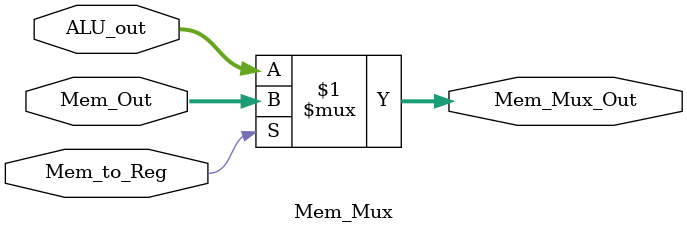
<source format=v>
module Mem_Mux(
    input [15:0] Mem_Out,
    input [15:0] ALU_out,
    input Mem_to_Reg,
    output [15:0] Mem_Mux_Out 
    
    );
   
	assign Mem_Mux_Out  = (Mem_to_Reg) ? Mem_Out : ALU_out;
   
endmodule

</source>
